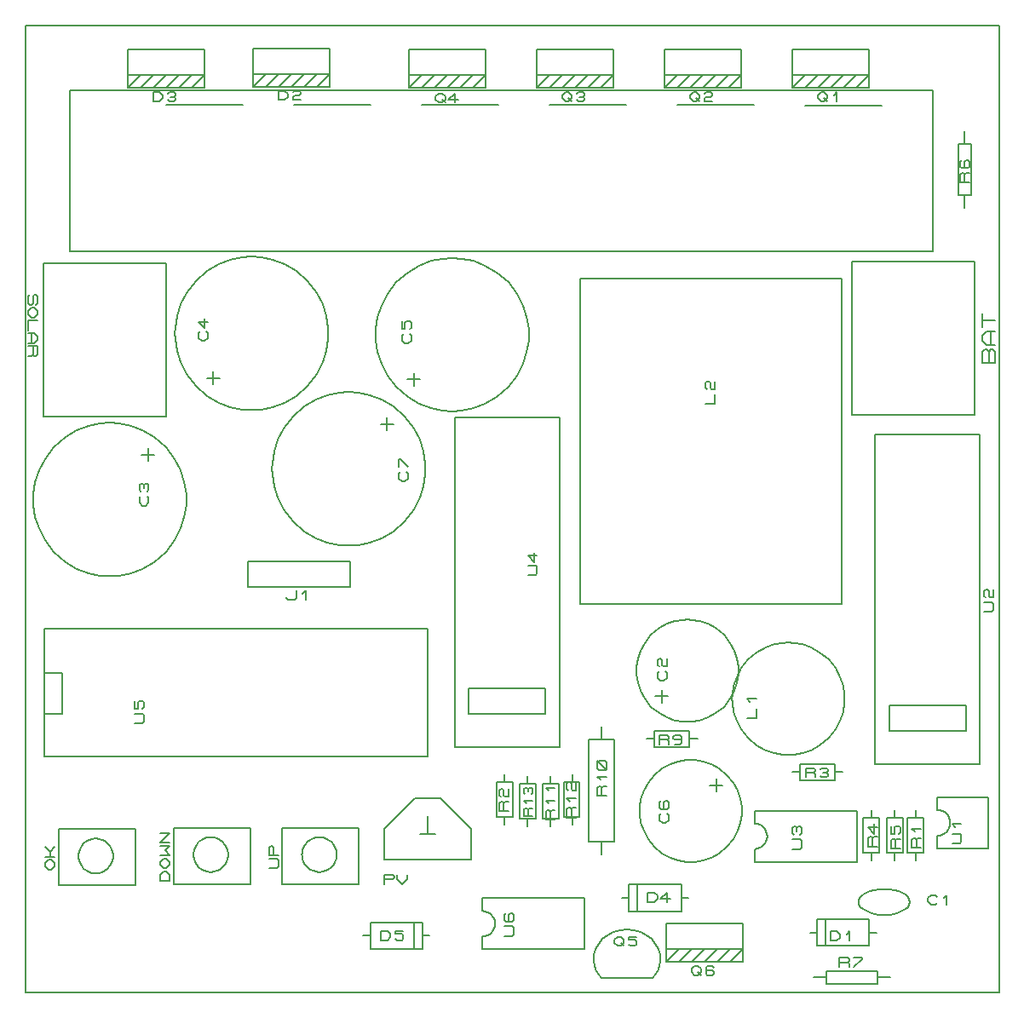
<source format=gbr>
G04 PROTEUS GERBER X2 FILE*
%TF.GenerationSoftware,Labcenter,Proteus,8.13-SP0-Build31525*%
%TF.CreationDate,2023-02-16T13:29:28+00:00*%
%TF.FileFunction,Legend,Top*%
%TF.FilePolarity,Positive*%
%TF.Part,Single*%
%TF.SameCoordinates,{1a083b5a-91e7-4c28-9893-6f2ba5a781e2}*%
%FSLAX45Y45*%
%MOMM*%
G01*
%TA.AperFunction,Material*%
%ADD72C,0.203200*%
%TA.AperFunction,Profile*%
%ADD28C,0.203200*%
%TD.AperFunction*%
D72*
X+2794000Y+4318000D02*
X+3556000Y+4318000D01*
X+3556000Y+4572000D01*
X+2794000Y+4572000D01*
X+2794000Y+4318000D01*
X+3556000Y+4318000D02*
X+3556000Y+4191000D01*
X+2794000Y+4191000D01*
X+2794000Y+4318000D01*
X+3556000Y+4318000D02*
X+3429000Y+4191000D01*
X+3429000Y+4318000D02*
X+3302000Y+4191000D01*
X+3302000Y+4318000D02*
X+3175000Y+4191000D01*
X+3175000Y+4318000D02*
X+3048000Y+4191000D01*
X+3048000Y+4318000D02*
X+2921000Y+4191000D01*
X+2921000Y+4318000D02*
X+2794000Y+4191000D01*
X+3048000Y+4119880D02*
X+3079750Y+4150360D01*
X+3111500Y+4150360D01*
X+3143250Y+4119880D01*
X+3143250Y+4089400D01*
X+3111500Y+4058920D01*
X+3079750Y+4058920D01*
X+3048000Y+4089400D01*
X+3048000Y+4119880D01*
X+3111500Y+4089400D02*
X+3143250Y+4058920D01*
X+3206750Y+4119880D02*
X+3238500Y+4150360D01*
X+3238500Y+4058920D01*
X+1524000Y+4318000D02*
X+2286000Y+4318000D01*
X+2286000Y+4572000D01*
X+1524000Y+4572000D01*
X+1524000Y+4318000D01*
X+2286000Y+4318000D02*
X+2286000Y+4191000D01*
X+1524000Y+4191000D01*
X+1524000Y+4318000D01*
X+2286000Y+4318000D02*
X+2159000Y+4191000D01*
X+2159000Y+4318000D02*
X+2032000Y+4191000D01*
X+2032000Y+4318000D02*
X+1905000Y+4191000D01*
X+1905000Y+4318000D02*
X+1778000Y+4191000D01*
X+1778000Y+4318000D02*
X+1651000Y+4191000D01*
X+1651000Y+4318000D02*
X+1524000Y+4191000D01*
X+1778000Y+4119880D02*
X+1809750Y+4150360D01*
X+1841500Y+4150360D01*
X+1873250Y+4119880D01*
X+1873250Y+4089400D01*
X+1841500Y+4058920D01*
X+1809750Y+4058920D01*
X+1778000Y+4089400D01*
X+1778000Y+4119880D01*
X+1841500Y+4089400D02*
X+1873250Y+4058920D01*
X+1920875Y+4135120D02*
X+1936750Y+4150360D01*
X+1984375Y+4150360D01*
X+2000250Y+4135120D01*
X+2000250Y+4119880D01*
X+1984375Y+4104640D01*
X+1936750Y+4104640D01*
X+1920875Y+4089400D01*
X+1920875Y+4058920D01*
X+2000250Y+4058920D01*
X+254000Y+4318000D02*
X+1016000Y+4318000D01*
X+1016000Y+4572000D01*
X+254000Y+4572000D01*
X+254000Y+4318000D01*
X+1016000Y+4318000D02*
X+1016000Y+4191000D01*
X+254000Y+4191000D01*
X+254000Y+4318000D01*
X+1016000Y+4318000D02*
X+889000Y+4191000D01*
X+889000Y+4318000D02*
X+762000Y+4191000D01*
X+762000Y+4318000D02*
X+635000Y+4191000D01*
X+635000Y+4318000D02*
X+508000Y+4191000D01*
X+508000Y+4318000D02*
X+381000Y+4191000D01*
X+381000Y+4318000D02*
X+254000Y+4191000D01*
X+508000Y+4119880D02*
X+539750Y+4150360D01*
X+571500Y+4150360D01*
X+603250Y+4119880D01*
X+603250Y+4089400D01*
X+571500Y+4058920D01*
X+539750Y+4058920D01*
X+508000Y+4089400D01*
X+508000Y+4119880D01*
X+571500Y+4089400D02*
X+603250Y+4058920D01*
X+650875Y+4135120D02*
X+666750Y+4150360D01*
X+714375Y+4150360D01*
X+730250Y+4135120D01*
X+730250Y+4119880D01*
X+714375Y+4104640D01*
X+730250Y+4089400D01*
X+730250Y+4074160D01*
X+714375Y+4058920D01*
X+666750Y+4058920D01*
X+650875Y+4074160D01*
X+682625Y+4104640D02*
X+714375Y+4104640D01*
X-1016000Y+4318000D02*
X-254000Y+4318000D01*
X-254000Y+4572000D01*
X-1016000Y+4572000D01*
X-1016000Y+4318000D01*
X-254000Y+4318000D02*
X-254000Y+4191000D01*
X-1016000Y+4191000D01*
X-1016000Y+4318000D01*
X-254000Y+4318000D02*
X-381000Y+4191000D01*
X-381000Y+4318000D02*
X-508000Y+4191000D01*
X-508000Y+4318000D02*
X-635000Y+4191000D01*
X-635000Y+4318000D02*
X-762000Y+4191000D01*
X-762000Y+4318000D02*
X-889000Y+4191000D01*
X-889000Y+4318000D02*
X-1016000Y+4191000D01*
X-749300Y+4107180D02*
X-717550Y+4137660D01*
X-685800Y+4137660D01*
X-654050Y+4107180D01*
X-654050Y+4076700D01*
X-685800Y+4046220D01*
X-717550Y+4046220D01*
X-749300Y+4076700D01*
X-749300Y+4107180D01*
X-685800Y+4076700D02*
X-654050Y+4046220D01*
X-527050Y+4076700D02*
X-622300Y+4076700D01*
X-558800Y+4137660D01*
X-558800Y+4046220D01*
X-2565400Y+4330700D02*
X-1803400Y+4330700D01*
X-1803400Y+4584700D01*
X-2565400Y+4584700D01*
X-2565400Y+4330700D01*
X-1803400Y+4330700D02*
X-1803400Y+4203700D01*
X-2565400Y+4203700D01*
X-2565400Y+4330700D01*
X-1803400Y+4330700D02*
X-1930400Y+4203700D01*
X-1930400Y+4330700D02*
X-2057400Y+4203700D01*
X-2057400Y+4330700D02*
X-2184400Y+4203700D01*
X-2184400Y+4330700D02*
X-2311400Y+4203700D01*
X-2311400Y+4330700D02*
X-2438400Y+4203700D01*
X-2438400Y+4330700D02*
X-2565400Y+4203700D01*
X-2311400Y+4071620D02*
X-2311400Y+4163060D01*
X-2247900Y+4163060D01*
X-2216150Y+4132580D01*
X-2216150Y+4102100D01*
X-2247900Y+4071620D01*
X-2311400Y+4071620D01*
X-2168525Y+4147820D02*
X-2152650Y+4163060D01*
X-2105025Y+4163060D01*
X-2089150Y+4147820D01*
X-2089150Y+4132580D01*
X-2105025Y+4117340D01*
X-2152650Y+4117340D01*
X-2168525Y+4102100D01*
X-2168525Y+4071620D01*
X-2089150Y+4071620D01*
X-3810000Y+4318000D02*
X-3048000Y+4318000D01*
X-3048000Y+4572000D01*
X-3810000Y+4572000D01*
X-3810000Y+4318000D01*
X-3048000Y+4318000D02*
X-3048000Y+4191000D01*
X-3810000Y+4191000D01*
X-3810000Y+4318000D01*
X-3048000Y+4318000D02*
X-3175000Y+4191000D01*
X-3175000Y+4318000D02*
X-3302000Y+4191000D01*
X-3302000Y+4318000D02*
X-3429000Y+4191000D01*
X-3429000Y+4318000D02*
X-3556000Y+4191000D01*
X-3556000Y+4318000D02*
X-3683000Y+4191000D01*
X-3683000Y+4318000D02*
X-3810000Y+4191000D01*
X-3556000Y+4058920D02*
X-3556000Y+4150360D01*
X-3492500Y+4150360D01*
X-3460750Y+4119880D01*
X-3460750Y+4089400D01*
X-3492500Y+4058920D01*
X-3556000Y+4058920D01*
X-3413125Y+4135120D02*
X-3397250Y+4150360D01*
X-3349625Y+4150360D01*
X-3333750Y+4135120D01*
X-3333750Y+4119880D01*
X-3349625Y+4104640D01*
X-3333750Y+4089400D01*
X-3333750Y+4074160D01*
X-3349625Y+4058920D01*
X-3397250Y+4058920D01*
X-3413125Y+4074160D01*
X-3381375Y+4104640D02*
X-3349625Y+4104640D01*
X+3390900Y+939800D02*
X+4610100Y+939800D01*
X+4610100Y+2463800D01*
X+3390900Y+2463800D01*
X+3390900Y+939800D01*
X+4808220Y+1460500D02*
X+4686300Y+1460500D01*
X+4686300Y+1571625D01*
X+4706620Y+1593850D01*
X+4726940Y+1593850D01*
X+4747260Y+1571625D01*
X+4767580Y+1593850D01*
X+4787900Y+1593850D01*
X+4808220Y+1571625D01*
X+4808220Y+1460500D01*
X+4747260Y+1460500D02*
X+4747260Y+1571625D01*
X+4808220Y+1638300D02*
X+4726940Y+1638300D01*
X+4686300Y+1682750D01*
X+4686300Y+1727200D01*
X+4726940Y+1771650D01*
X+4808220Y+1771650D01*
X+4767580Y+1638300D02*
X+4767580Y+1771650D01*
X+4686300Y+1816100D02*
X+4686300Y+1949450D01*
X+4686300Y+1882775D02*
X+4808220Y+1882775D01*
X+2419351Y-3117849D02*
X+2419351Y-2990849D01*
X+3435351Y-2990849D01*
X+3435351Y-3498849D01*
X+2419351Y-3498849D01*
X+2419351Y-3371849D01*
X+2546351Y-3244849D02*
X+2543915Y-3218973D01*
X+2536866Y-3195002D01*
X+2525590Y-3173412D01*
X+2510474Y-3154679D01*
X+2491905Y-3139280D01*
X+2470270Y-3127692D01*
X+2445956Y-3120389D01*
X+2419351Y-3117849D01*
X+2546351Y-3244849D02*
X+2543915Y-3271455D01*
X+2536866Y-3295768D01*
X+2525590Y-3317403D01*
X+2510474Y-3335972D01*
X+2491905Y-3351087D01*
X+2470270Y-3362364D01*
X+2445956Y-3369413D01*
X+2419351Y-3371849D01*
X+2795271Y-3371849D02*
X+2871471Y-3371849D01*
X+2886711Y-3355974D01*
X+2886711Y-3292474D01*
X+2871471Y-3276599D01*
X+2795271Y-3276599D01*
X+2810511Y-3228974D02*
X+2795271Y-3213099D01*
X+2795271Y-3165474D01*
X+2810511Y-3149599D01*
X+2825751Y-3149599D01*
X+2840991Y-3165474D01*
X+2856231Y-3149599D01*
X+2871471Y-3149599D01*
X+2886711Y-3165474D01*
X+2886711Y-3213099D01*
X+2871471Y-3228974D01*
X+2840991Y-3197224D02*
X+2840991Y-3165474D01*
X+3314700Y-1879600D02*
X+3313013Y-1836216D01*
X+3299331Y-1749446D01*
X+3270877Y-1662676D01*
X+3224971Y-1575906D01*
X+3155644Y-1489136D01*
X+3068929Y-1416707D01*
X+2982159Y-1368655D01*
X+2895389Y-1338490D01*
X+2808619Y-1323292D01*
X+2755900Y-1320800D01*
X+2197100Y-1879600D02*
X+2198787Y-1836216D01*
X+2212469Y-1749446D01*
X+2240923Y-1662676D01*
X+2286829Y-1575906D01*
X+2356156Y-1489136D01*
X+2442871Y-1416707D01*
X+2529641Y-1368655D01*
X+2616411Y-1338490D01*
X+2703181Y-1323292D01*
X+2755900Y-1320800D01*
X+2197100Y-1879600D02*
X+2198787Y-1922984D01*
X+2212469Y-2009754D01*
X+2240923Y-2096524D01*
X+2286829Y-2183294D01*
X+2356156Y-2270064D01*
X+2442871Y-2342493D01*
X+2529641Y-2390545D01*
X+2616411Y-2420710D01*
X+2703181Y-2435908D01*
X+2755900Y-2438400D01*
X+3314700Y-1879600D02*
X+3313013Y-1922984D01*
X+3299331Y-2009754D01*
X+3270877Y-2096524D01*
X+3224971Y-2183294D01*
X+3155644Y-2270064D01*
X+3068929Y-2342493D01*
X+2982159Y-2390545D01*
X+2895389Y-2420710D01*
X+2808619Y-2435908D01*
X+2755900Y-2438400D01*
X+2344420Y-2070100D02*
X+2435860Y-2070100D01*
X+2435860Y-1974850D01*
X+2374900Y-1911350D02*
X+2344420Y-1879600D01*
X+2435860Y-1879600D01*
X+685800Y-939800D02*
X+3289300Y-939800D01*
X+3289300Y+2298700D01*
X+685800Y+2298700D01*
X+685800Y-939800D01*
X+1932940Y+1054100D02*
X+2024380Y+1054100D01*
X+2024380Y+1149350D01*
X+1948180Y+1196975D02*
X+1932940Y+1212850D01*
X+1932940Y+1260475D01*
X+1948180Y+1276350D01*
X+1963420Y+1276350D01*
X+1978660Y+1260475D01*
X+1978660Y+1212850D01*
X+1993900Y+1196975D01*
X+2024380Y+1196975D01*
X+2024380Y+1276350D01*
X-4648200Y+927100D02*
X-3429000Y+927100D01*
X-3429000Y+2451100D01*
X-4648200Y+2451100D01*
X-4648200Y+927100D01*
X-4782820Y+2133600D02*
X-4798060Y+2117725D01*
X-4798060Y+2054225D01*
X-4782820Y+2038350D01*
X-4767580Y+2038350D01*
X-4752340Y+2054225D01*
X-4752340Y+2117725D01*
X-4737100Y+2133600D01*
X-4721860Y+2133600D01*
X-4706620Y+2117725D01*
X-4706620Y+2054225D01*
X-4721860Y+2038350D01*
X-4737100Y+2006600D02*
X-4706620Y+1974850D01*
X-4706620Y+1943100D01*
X-4737100Y+1911350D01*
X-4767580Y+1911350D01*
X-4798060Y+1943100D01*
X-4798060Y+1974850D01*
X-4767580Y+2006600D01*
X-4737100Y+2006600D01*
X-4706620Y+1879600D02*
X-4798060Y+1879600D01*
X-4798060Y+1784350D01*
X-4798060Y+1752600D02*
X-4737100Y+1752600D01*
X-4706620Y+1720850D01*
X-4706620Y+1689100D01*
X-4737100Y+1657350D01*
X-4798060Y+1657350D01*
X-4767580Y+1752600D02*
X-4767580Y+1657350D01*
X-4798060Y+1625600D02*
X-4706620Y+1625600D01*
X-4706620Y+1546225D01*
X-4721860Y+1530350D01*
X-4737100Y+1530350D01*
X-4752340Y+1546225D01*
X-4752340Y+1625600D01*
X-4752340Y+1546225D02*
X-4767580Y+1530350D01*
X-4798060Y+1530350D01*
X-3225800Y+101600D02*
X-3227990Y+159326D01*
X-3245740Y+274780D01*
X-3282581Y+390234D01*
X-3341768Y+505688D01*
X-3430377Y+621142D01*
X-3545165Y+721857D01*
X-3660619Y+789784D01*
X-3776073Y+833594D01*
X-3891527Y+857494D01*
X-3987800Y+863600D01*
X-4749800Y+101600D02*
X-4747610Y+159326D01*
X-4729860Y+274780D01*
X-4693019Y+390234D01*
X-4633832Y+505688D01*
X-4545223Y+621142D01*
X-4430435Y+721857D01*
X-4314981Y+789784D01*
X-4199527Y+833594D01*
X-4084073Y+857494D01*
X-3987800Y+863600D01*
X-4749800Y+101600D02*
X-4747610Y+43874D01*
X-4729860Y-71580D01*
X-4693019Y-187034D01*
X-4633832Y-302488D01*
X-4545223Y-417942D01*
X-4430435Y-518657D01*
X-4314981Y-586584D01*
X-4199527Y-630394D01*
X-4084073Y-654294D01*
X-3987800Y-660400D01*
X-3225800Y+101600D02*
X-3227990Y+43874D01*
X-3245740Y-71580D01*
X-3282581Y-187034D01*
X-3341768Y-302488D01*
X-3430377Y-417942D01*
X-3545165Y-518657D01*
X-3660619Y-586584D01*
X-3776073Y-630394D01*
X-3891527Y-654294D01*
X-3987800Y-660400D01*
X-3606800Y+609600D02*
X-3606800Y+482600D01*
X-3543300Y+546100D02*
X-3670300Y+546100D01*
X-3616960Y+133350D02*
X-3601720Y+117475D01*
X-3601720Y+69850D01*
X-3632200Y+38100D01*
X-3662680Y+38100D01*
X-3693160Y+69850D01*
X-3693160Y+117475D01*
X-3677920Y+133350D01*
X-3677920Y+180975D02*
X-3693160Y+196850D01*
X-3693160Y+244475D01*
X-3677920Y+260350D01*
X-3662680Y+260350D01*
X-3647440Y+244475D01*
X-3632200Y+260350D01*
X-3616960Y+260350D01*
X-3601720Y+244475D01*
X-3601720Y+196850D01*
X-3616960Y+180975D01*
X-3647440Y+212725D02*
X-3647440Y+244475D01*
X-4381500Y+2565400D02*
X+4191000Y+2565400D01*
X+4191000Y+4165600D01*
X-4381500Y+4165600D01*
X-4381500Y+2565400D01*
X+3683000Y+4013200D02*
X+2921000Y+4013200D01*
X+2413000Y+4025900D02*
X+1651000Y+4025900D01*
X+1143000Y+4025900D02*
X+381000Y+4025900D01*
X-127000Y+4025900D02*
X-889000Y+4025900D01*
X-1397000Y+4025900D02*
X-2159000Y+4025900D01*
X-2667000Y+4025900D02*
X-3429000Y+4025900D01*
D28*
X-4826000Y-4800600D02*
X+4851400Y-4800600D01*
X+4851400Y+4813300D01*
X-4826000Y+4813300D01*
X-4826000Y-4800600D01*
D72*
X+3042920Y-4335780D02*
X+3561080Y-4335780D01*
X+3561080Y-4069080D01*
X+3042920Y-4069080D01*
X+3042920Y-4335780D01*
X+3124200Y-4071620D02*
X+3124200Y-4333240D01*
X+2971800Y-4203700D02*
X+3042920Y-4203700D01*
X+3561080Y-4203700D02*
X+3632200Y-4203700D01*
X+3175000Y-4282440D02*
X+3175000Y-4191000D01*
X+3238500Y-4191000D01*
X+3270250Y-4221480D01*
X+3270250Y-4251960D01*
X+3238500Y-4282440D01*
X+3175000Y-4282440D01*
X+3333750Y-4221480D02*
X+3365500Y-4191000D01*
X+3365500Y-4282440D01*
X+3454400Y-3898900D02*
X+3459480Y-3873024D01*
X+3474085Y-3849052D01*
X+3497262Y-3827462D01*
X+3528060Y-3808730D01*
X+3565525Y-3793331D01*
X+3608705Y-3781742D01*
X+3656648Y-3774440D01*
X+3708400Y-3771900D01*
X+3962400Y-3898900D02*
X+3957320Y-3873024D01*
X+3942715Y-3849052D01*
X+3919538Y-3827462D01*
X+3888740Y-3808730D01*
X+3851275Y-3793331D01*
X+3808095Y-3781742D01*
X+3760152Y-3774440D01*
X+3708400Y-3771900D01*
X+3454400Y-3898900D02*
X+3459480Y-3924776D01*
X+3474085Y-3948748D01*
X+3497262Y-3970338D01*
X+3528060Y-3989070D01*
X+3565525Y-4004469D01*
X+3608705Y-4016058D01*
X+3656648Y-4023360D01*
X+3708400Y-4025900D01*
X+3962400Y-3898900D02*
X+3957320Y-3924776D01*
X+3942715Y-3948748D01*
X+3919538Y-3970338D01*
X+3888740Y-3989070D01*
X+3851275Y-4004469D01*
X+3808095Y-4016058D01*
X+3760152Y-4023360D01*
X+3708400Y-4025900D01*
X+4235450Y-3906520D02*
X+4219575Y-3921760D01*
X+4171950Y-3921760D01*
X+4140200Y-3891280D01*
X+4140200Y-3860800D01*
X+4171950Y-3830320D01*
X+4219575Y-3830320D01*
X+4235450Y-3845560D01*
X+4298950Y-3860800D02*
X+4330700Y-3830320D01*
X+4330700Y-3921760D01*
X+3810000Y-2984500D02*
X+3810000Y-3061500D01*
X+3736500Y-3409500D02*
X+3893500Y-3409500D01*
X+3893500Y-3061500D01*
X+3736500Y-3061500D01*
X+3736500Y-3409500D01*
X+3810000Y-3409500D02*
X+3810000Y-3486500D01*
X+3868420Y-3365500D02*
X+3776980Y-3365500D01*
X+3776980Y-3286125D01*
X+3792220Y-3270250D01*
X+3807460Y-3270250D01*
X+3822700Y-3286125D01*
X+3822700Y-3365500D01*
X+3822700Y-3286125D02*
X+3837940Y-3270250D01*
X+3868420Y-3270250D01*
X+3776980Y-3143250D02*
X+3776980Y-3222625D01*
X+3807460Y-3222625D01*
X+3807460Y-3159125D01*
X+3822700Y-3143250D01*
X+3853180Y-3143250D01*
X+3868420Y-3159125D01*
X+3868420Y-3206750D01*
X+3853180Y-3222625D01*
X+3296000Y-2603500D02*
X+3219000Y-2603500D01*
X+2871000Y-2687000D02*
X+3219000Y-2687000D01*
X+3219000Y-2530000D01*
X+2871000Y-2530000D01*
X+2871000Y-2687000D01*
X+2871000Y-2603500D02*
X+2794000Y-2603500D01*
X+2927700Y-2659380D02*
X+2927700Y-2567940D01*
X+3007075Y-2567940D01*
X+3022950Y-2583180D01*
X+3022950Y-2598420D01*
X+3007075Y-2613660D01*
X+2927700Y-2613660D01*
X+3007075Y-2613660D02*
X+3022950Y-2628900D01*
X+3022950Y-2659380D01*
X+3070575Y-2583180D02*
X+3086450Y-2567940D01*
X+3134075Y-2567940D01*
X+3149950Y-2583180D01*
X+3149950Y-2598420D01*
X+3134075Y-2613660D01*
X+3149950Y-2628900D01*
X+3149950Y-2644140D01*
X+3134075Y-2659380D01*
X+3086450Y-2659380D01*
X+3070575Y-2644140D01*
X+3102325Y-2613660D02*
X+3134075Y-2613660D01*
X+3581400Y-3486500D02*
X+3581400Y-3409500D01*
X+3497900Y-3409500D02*
X+3654900Y-3409500D01*
X+3654900Y-3061500D01*
X+3497900Y-3061500D01*
X+3497900Y-3409500D01*
X+3581400Y-3061500D02*
X+3581400Y-2984500D01*
X+3639820Y-3346800D02*
X+3548380Y-3346800D01*
X+3548380Y-3267425D01*
X+3563620Y-3251550D01*
X+3578860Y-3251550D01*
X+3594100Y-3267425D01*
X+3594100Y-3346800D01*
X+3594100Y-3267425D02*
X+3609340Y-3251550D01*
X+3639820Y-3251550D01*
X+3609340Y-3124550D02*
X+3609340Y-3219800D01*
X+3548380Y-3156300D01*
X+3639820Y-3156300D01*
X+3619500Y-2527300D02*
X+4660900Y-2527300D01*
X+4660900Y+749300D01*
X+3619500Y+749300D01*
X+3619500Y-2527300D01*
X+3759200Y-2197100D02*
X+4521200Y-2197100D01*
X+4521200Y-1943100D01*
X+3759200Y-1943100D01*
X+3759200Y-2197100D01*
X+4701540Y-1016000D02*
X+4777740Y-1016000D01*
X+4792980Y-1000125D01*
X+4792980Y-936625D01*
X+4777740Y-920750D01*
X+4701540Y-920750D01*
X+4716780Y-873125D02*
X+4701540Y-857250D01*
X+4701540Y-809625D01*
X+4716780Y-793750D01*
X+4732020Y-793750D01*
X+4747260Y-809625D01*
X+4747260Y-857250D01*
X+4762500Y-873125D01*
X+4792980Y-873125D01*
X+4792980Y-793750D01*
X-558800Y-2362200D02*
X+482600Y-2362200D01*
X+482600Y+914400D01*
X-558800Y+914400D01*
X-558800Y-2362200D01*
X-419100Y-2032000D02*
X+342900Y-2032000D01*
X+342900Y-1778000D01*
X-419100Y-1778000D01*
X-419100Y-2032000D01*
X+167640Y-647700D02*
X+243840Y-647700D01*
X+259080Y-631825D01*
X+259080Y-568325D01*
X+243840Y-552450D01*
X+167640Y-552450D01*
X+228600Y-425450D02*
X+228600Y-520700D01*
X+167640Y-457200D01*
X+259080Y-457200D01*
X-1816100Y+1752600D02*
X-1818290Y+1810326D01*
X-1836040Y+1925780D01*
X-1872881Y+2041234D01*
X-1932068Y+2156688D01*
X-2020677Y+2272142D01*
X-2135465Y+2372857D01*
X-2250919Y+2440784D01*
X-2366373Y+2484594D01*
X-2481827Y+2508494D01*
X-2578100Y+2514600D01*
X-3340100Y+1752600D02*
X-3337910Y+1810326D01*
X-3320160Y+1925780D01*
X-3283319Y+2041234D01*
X-3224132Y+2156688D01*
X-3135523Y+2272142D01*
X-3020735Y+2372857D01*
X-2905281Y+2440784D01*
X-2789827Y+2484594D01*
X-2674373Y+2508494D01*
X-2578100Y+2514600D01*
X-3340100Y+1752600D02*
X-3337910Y+1694874D01*
X-3320160Y+1579420D01*
X-3283319Y+1463966D01*
X-3224132Y+1348512D01*
X-3135523Y+1233058D01*
X-3020735Y+1132343D01*
X-2905281Y+1064416D01*
X-2789827Y+1020606D01*
X-2674373Y+996706D01*
X-2578100Y+990600D01*
X-1816100Y+1752600D02*
X-1818290Y+1694874D01*
X-1836040Y+1579420D01*
X-1872881Y+1463966D01*
X-1932068Y+1348512D01*
X-2020677Y+1233058D01*
X-2135465Y+1132343D01*
X-2250919Y+1064416D01*
X-2366373Y+1020606D01*
X-2481827Y+996706D01*
X-2578100Y+990600D01*
X-2959100Y+1244600D02*
X-2959100Y+1371600D01*
X-3022600Y+1308100D02*
X-2895600Y+1308100D01*
X-3027680Y+1771650D02*
X-3012440Y+1755775D01*
X-3012440Y+1708150D01*
X-3042920Y+1676400D01*
X-3073400Y+1676400D01*
X-3103880Y+1708150D01*
X-3103880Y+1755775D01*
X-3088640Y+1771650D01*
X-3042920Y+1898650D02*
X-3042920Y+1803400D01*
X-3103880Y+1866900D01*
X-3012440Y+1866900D01*
X+177800Y+1739900D02*
X+175610Y+1797626D01*
X+157860Y+1913080D01*
X+121019Y+2028534D01*
X+61832Y+2143988D01*
X-26777Y+2259442D01*
X-141565Y+2360157D01*
X-257019Y+2428084D01*
X-372473Y+2471894D01*
X-487927Y+2495794D01*
X-584200Y+2501900D01*
X-1346200Y+1739900D02*
X-1344010Y+1797626D01*
X-1326260Y+1913080D01*
X-1289419Y+2028534D01*
X-1230232Y+2143988D01*
X-1141623Y+2259442D01*
X-1026835Y+2360157D01*
X-911381Y+2428084D01*
X-795927Y+2471894D01*
X-680473Y+2495794D01*
X-584200Y+2501900D01*
X-1346200Y+1739900D02*
X-1344010Y+1682174D01*
X-1326260Y+1566720D01*
X-1289419Y+1451266D01*
X-1230232Y+1335812D01*
X-1141623Y+1220358D01*
X-1026835Y+1119643D01*
X-911381Y+1051716D01*
X-795927Y+1007906D01*
X-680473Y+984006D01*
X-584200Y+977900D01*
X+177800Y+1739900D02*
X+175610Y+1682174D01*
X+157860Y+1566720D01*
X+121019Y+1451266D01*
X+61832Y+1335812D01*
X-26777Y+1220358D01*
X-141565Y+1119643D01*
X-257019Y+1051716D01*
X-372473Y+1007906D01*
X-487927Y+984006D01*
X-584200Y+977900D01*
X-965200Y+1231900D02*
X-965200Y+1358900D01*
X-1028700Y+1295400D02*
X-901700Y+1295400D01*
X-1008380Y+1746250D02*
X-993140Y+1730375D01*
X-993140Y+1682750D01*
X-1023620Y+1651000D01*
X-1054100Y+1651000D01*
X-1084580Y+1682750D01*
X-1084580Y+1730375D01*
X-1069340Y+1746250D01*
X-1084580Y+1873250D02*
X-1084580Y+1793875D01*
X-1054100Y+1793875D01*
X-1054100Y+1857375D01*
X-1038860Y+1873250D01*
X-1008380Y+1873250D01*
X-993140Y+1857375D01*
X-993140Y+1809750D01*
X-1008380Y+1793875D01*
X-850900Y+406400D02*
X-853090Y+464126D01*
X-870840Y+579580D01*
X-907681Y+695034D01*
X-966868Y+810488D01*
X-1055477Y+925942D01*
X-1170265Y+1026657D01*
X-1285719Y+1094584D01*
X-1401173Y+1138394D01*
X-1516627Y+1162294D01*
X-1612900Y+1168400D01*
X-2374900Y+406400D02*
X-2372710Y+464126D01*
X-2354960Y+579580D01*
X-2318119Y+695034D01*
X-2258932Y+810488D01*
X-2170323Y+925942D01*
X-2055535Y+1026657D01*
X-1940081Y+1094584D01*
X-1824627Y+1138394D01*
X-1709173Y+1162294D01*
X-1612900Y+1168400D01*
X-2374900Y+406400D02*
X-2372710Y+348674D01*
X-2354960Y+233220D01*
X-2318119Y+117766D01*
X-2258932Y+2312D01*
X-2170323Y-113142D01*
X-2055535Y-213857D01*
X-1940081Y-281784D01*
X-1824627Y-325594D01*
X-1709173Y-349494D01*
X-1612900Y-355600D01*
X-850900Y+406400D02*
X-853090Y+348674D01*
X-870840Y+233220D01*
X-907681Y+117766D01*
X-966868Y+2312D01*
X-1055477Y-113142D01*
X-1170265Y-213857D01*
X-1285719Y-281784D01*
X-1401173Y-325594D01*
X-1516627Y-349494D01*
X-1612900Y-355600D01*
X-1231900Y+914400D02*
X-1231900Y+787400D01*
X-1168400Y+850900D02*
X-1295400Y+850900D01*
X-1038860Y+374650D02*
X-1023620Y+358775D01*
X-1023620Y+311150D01*
X-1054100Y+279400D01*
X-1084580Y+279400D01*
X-1115060Y+311150D01*
X-1115060Y+358775D01*
X-1099820Y+374650D01*
X-1115060Y+422275D02*
X-1115060Y+501650D01*
X-1099820Y+501650D01*
X-1023620Y+422275D01*
X-825500Y-1181100D02*
X-825500Y-2451100D01*
X-4635500Y-2451100D02*
X-4635500Y-1181100D01*
X-825500Y-2451100D02*
X-4635500Y-2451100D01*
X-825500Y-1181100D02*
X-4635500Y-1181100D01*
X-4635500Y-2032000D02*
X-4457700Y-2032000D01*
X-4457700Y-1625600D01*
X-4635500Y-1625600D01*
X-4635500Y-2032000D01*
X-3738880Y-2120900D02*
X-3662680Y-2120900D01*
X-3647440Y-2105025D01*
X-3647440Y-2041525D01*
X-3662680Y-2025650D01*
X-3738880Y-2025650D01*
X-3738880Y-1898650D02*
X-3738880Y-1978025D01*
X-3708400Y-1978025D01*
X-3708400Y-1914525D01*
X-3693160Y-1898650D01*
X-3662680Y-1898650D01*
X-3647440Y-1914525D01*
X-3647440Y-1962150D01*
X-3662680Y-1978025D01*
X-825500Y-3225800D02*
X-825500Y-3048000D01*
X-901700Y-3225800D02*
X-749300Y-3225800D01*
X-1257300Y-3479800D02*
X-393700Y-3479800D01*
X-393700Y-3175000D02*
X-393700Y-3479800D01*
X-1257300Y-3175000D02*
X-1257300Y-3479800D01*
X-952500Y-2870200D02*
X-698500Y-2870200D01*
X-393700Y-3175000D01*
X-1257300Y-3175000D02*
X-952500Y-2870200D01*
X-1257300Y-3718561D02*
X-1257300Y-3627121D01*
X-1177925Y-3627121D01*
X-1162050Y-3642361D01*
X-1162050Y-3657601D01*
X-1177925Y-3672841D01*
X-1257300Y-3672841D01*
X-1130300Y-3627121D02*
X-1130300Y-3672841D01*
X-1082675Y-3718561D01*
X-1035050Y-3672841D01*
X-1035050Y-3627121D01*
X+4025900Y-3486500D02*
X+4025900Y-3409500D01*
X+3942400Y-3409500D02*
X+4099400Y-3409500D01*
X+4099400Y-3061500D01*
X+3942400Y-3061500D01*
X+3942400Y-3409500D01*
X+4025900Y-3061500D02*
X+4025900Y-2984500D01*
X+4074160Y-3359500D02*
X+3982720Y-3359500D01*
X+3982720Y-3280125D01*
X+3997960Y-3264250D01*
X+4013200Y-3264250D01*
X+4028440Y-3280125D01*
X+4028440Y-3359500D01*
X+4028440Y-3280125D02*
X+4043680Y-3264250D01*
X+4074160Y-3264250D01*
X+4013200Y-3200750D02*
X+3982720Y-3169000D01*
X+4074160Y-3169000D01*
X-68580Y-2628900D02*
X-68580Y-2705900D01*
X-142080Y-3053900D02*
X+14920Y-3053900D01*
X+14920Y-2705900D01*
X-142080Y-2705900D01*
X-142080Y-3053900D01*
X-68580Y-3053900D02*
X-68580Y-3130900D01*
X-25400Y-2997200D02*
X-116840Y-2997200D01*
X-116840Y-2917825D01*
X-101600Y-2901950D01*
X-86360Y-2901950D01*
X-71120Y-2917825D01*
X-71120Y-2997200D01*
X-71120Y-2917825D02*
X-55880Y-2901950D01*
X-25400Y-2901950D01*
X-101600Y-2854325D02*
X-116840Y-2838450D01*
X-116840Y-2790825D01*
X-101600Y-2774950D01*
X-86360Y-2774950D01*
X-71120Y-2790825D01*
X-71120Y-2838450D01*
X-55880Y-2854325D01*
X-25400Y-2854325D01*
X-25400Y-2774950D01*
X+4508500Y+3759200D02*
X+4508500Y+3632200D01*
X+4445000Y+3124200D02*
X+4572000Y+3124200D01*
X+4572000Y+3632200D01*
X+4445000Y+3632200D01*
X+4445000Y+3124200D01*
X+4508500Y+3124200D02*
X+4508500Y+2997200D01*
X+4554220Y+3251200D02*
X+4462780Y+3251200D01*
X+4462780Y+3330575D01*
X+4478020Y+3346450D01*
X+4493260Y+3346450D01*
X+4508500Y+3330575D01*
X+4508500Y+3251200D01*
X+4508500Y+3330575D02*
X+4523740Y+3346450D01*
X+4554220Y+3346450D01*
X+4478020Y+3473450D02*
X+4462780Y+3457575D01*
X+4462780Y+3409950D01*
X+4478020Y+3394075D01*
X+4538980Y+3394075D01*
X+4554220Y+3409950D01*
X+4554220Y+3457575D01*
X+4538980Y+3473450D01*
X+4523740Y+3473450D01*
X+4508500Y+3457575D01*
X+4508500Y+3394075D01*
X+3009900Y-4648200D02*
X+3136900Y-4648200D01*
X+3136900Y-4711700D02*
X+3644900Y-4711700D01*
X+3644900Y-4584700D01*
X+3136900Y-4584700D01*
X+3136900Y-4711700D01*
X+3644900Y-4648200D02*
X+3771900Y-4648200D01*
X+3263900Y-4544060D02*
X+3263900Y-4452620D01*
X+3343275Y-4452620D01*
X+3359150Y-4467860D01*
X+3359150Y-4483100D01*
X+3343275Y-4498340D01*
X+3263900Y-4498340D01*
X+3343275Y-4498340D02*
X+3359150Y-4513580D01*
X+3359150Y-4544060D01*
X+3406775Y-4452620D02*
X+3486150Y-4452620D01*
X+3486150Y-4467860D01*
X+3406775Y-4544060D01*
X+1851660Y-2275840D02*
X+1774660Y-2275840D01*
X+1426660Y-2359340D02*
X+1774660Y-2359340D01*
X+1774660Y-2202340D01*
X+1426660Y-2202340D01*
X+1426660Y-2359340D01*
X+1426660Y-2275840D02*
X+1349660Y-2275840D01*
X+1470660Y-2331720D02*
X+1470660Y-2240280D01*
X+1550035Y-2240280D01*
X+1565910Y-2255520D01*
X+1565910Y-2270760D01*
X+1550035Y-2286000D01*
X+1470660Y-2286000D01*
X+1550035Y-2286000D02*
X+1565910Y-2301240D01*
X+1565910Y-2331720D01*
X+1692910Y-2270760D02*
X+1677035Y-2286000D01*
X+1629410Y-2286000D01*
X+1613535Y-2270760D01*
X+1613535Y-2255520D01*
X+1629410Y-2240280D01*
X+1677035Y-2240280D01*
X+1692910Y-2255520D01*
X+1692910Y-2316480D01*
X+1677035Y-2331720D01*
X+1629410Y-2331720D01*
X+160020Y-2647600D02*
X+160020Y-2724600D01*
X+86520Y-3072600D02*
X+243520Y-3072600D01*
X+243520Y-2724600D01*
X+86520Y-2724600D01*
X+86520Y-3072600D01*
X+160020Y-3072600D02*
X+160020Y-3149600D01*
X+215900Y-3041300D02*
X+124460Y-3041300D01*
X+124460Y-2977800D01*
X+139700Y-2965100D01*
X+154940Y-2965100D01*
X+170180Y-2977800D01*
X+170180Y-3041300D01*
X+170180Y-2977800D02*
X+185420Y-2965100D01*
X+215900Y-2965100D01*
X+154940Y-2914300D02*
X+124460Y-2888900D01*
X+215900Y-2888900D01*
X+139700Y-2825400D02*
X+124460Y-2812700D01*
X+124460Y-2774600D01*
X+139700Y-2761900D01*
X+154940Y-2761900D01*
X+170180Y-2774600D01*
X+185420Y-2761900D01*
X+200660Y-2761900D01*
X+215900Y-2774600D01*
X+215900Y-2812700D01*
X+200660Y-2825400D01*
X+170180Y-2800000D02*
X+170180Y-2774600D01*
X+4236914Y-2984501D02*
X+4236914Y-2857501D01*
X+4744914Y-2857501D01*
X+4744914Y-3365501D01*
X+4236914Y-3365501D01*
X+4236914Y-3238501D01*
X+4363914Y-3111501D02*
X+4361478Y-3085625D01*
X+4354429Y-3061654D01*
X+4343152Y-3040064D01*
X+4328036Y-3021331D01*
X+4309468Y-3005932D01*
X+4287833Y-2994344D01*
X+4263520Y-2987041D01*
X+4236914Y-2984501D01*
X+4363914Y-3111501D02*
X+4361478Y-3138107D01*
X+4354429Y-3162420D01*
X+4343152Y-3184055D01*
X+4328036Y-3202624D01*
X+4309468Y-3217739D01*
X+4287833Y-3229016D01*
X+4263520Y-3236065D01*
X+4236914Y-3238501D01*
X+4384234Y-3314701D02*
X+4460434Y-3314701D01*
X+4475674Y-3298826D01*
X+4475674Y-3235326D01*
X+4460434Y-3219451D01*
X+4384234Y-3219451D01*
X+4414714Y-3155951D02*
X+4384234Y-3124201D01*
X+4475674Y-3124201D01*
X+2260600Y-1600200D02*
X+2259047Y-1560513D01*
X+2246450Y-1481138D01*
X+2220240Y-1401763D01*
X+2177905Y-1322388D01*
X+2113822Y-1243013D01*
X+2034458Y-1177565D01*
X+1955083Y-1134298D01*
X+1875708Y-1107343D01*
X+1796333Y-1094086D01*
X+1752600Y-1092200D01*
X+1244600Y-1600200D02*
X+1246153Y-1560513D01*
X+1258750Y-1481138D01*
X+1284960Y-1401763D01*
X+1327295Y-1322388D01*
X+1391378Y-1243013D01*
X+1470742Y-1177565D01*
X+1550117Y-1134298D01*
X+1629492Y-1107343D01*
X+1708867Y-1094086D01*
X+1752600Y-1092200D01*
X+1244600Y-1600200D02*
X+1246153Y-1639887D01*
X+1258750Y-1719262D01*
X+1284960Y-1798637D01*
X+1327295Y-1878012D01*
X+1391378Y-1957387D01*
X+1470742Y-2022835D01*
X+1550117Y-2066102D01*
X+1629492Y-2093057D01*
X+1708867Y-2106314D01*
X+1752600Y-2108200D01*
X+2260600Y-1600200D02*
X+2259047Y-1639887D01*
X+2246450Y-1719262D01*
X+2220240Y-1798637D01*
X+2177905Y-1878012D01*
X+2113822Y-1957387D01*
X+2034458Y-2022835D01*
X+1955083Y-2066102D01*
X+1875708Y-2093057D01*
X+1796333Y-2106314D01*
X+1752600Y-2108200D01*
X+1498600Y-1917700D02*
X+1498600Y-1790700D01*
X+1435100Y-1854200D02*
X+1562100Y-1854200D01*
X+1531620Y-1606550D02*
X+1546860Y-1622425D01*
X+1546860Y-1670050D01*
X+1516380Y-1701800D01*
X+1485900Y-1701800D01*
X+1455420Y-1670050D01*
X+1455420Y-1622425D01*
X+1470660Y-1606550D01*
X+1470660Y-1558925D02*
X+1455420Y-1543050D01*
X+1455420Y-1495425D01*
X+1470660Y-1479550D01*
X+1485900Y-1479550D01*
X+1501140Y-1495425D01*
X+1501140Y-1543050D01*
X+1516380Y-1558925D01*
X+1546860Y-1558925D01*
X+1546860Y-1479550D01*
X-4495800Y-3733800D02*
X-3733800Y-3733800D01*
X-3733800Y-3175000D01*
X-4495800Y-3175000D01*
X-4495800Y-3733800D01*
X-3954762Y-3441700D02*
X-3955336Y-3427625D01*
X-3960003Y-3399474D01*
X-3969749Y-3371323D01*
X-3985617Y-3343172D01*
X-4009891Y-3315183D01*
X-4038042Y-3293931D01*
X-4066193Y-3280207D01*
X-4094344Y-3272174D01*
X-4122495Y-3269035D01*
X-4127500Y-3268962D01*
X-4300238Y-3441700D02*
X-4299664Y-3427625D01*
X-4294997Y-3399474D01*
X-4285251Y-3371323D01*
X-4269383Y-3343172D01*
X-4245109Y-3315183D01*
X-4216958Y-3293931D01*
X-4188807Y-3280207D01*
X-4160656Y-3272174D01*
X-4132505Y-3269035D01*
X-4127500Y-3268962D01*
X-4300238Y-3441700D02*
X-4299664Y-3455775D01*
X-4294997Y-3483926D01*
X-4285251Y-3512077D01*
X-4269383Y-3540228D01*
X-4245109Y-3568217D01*
X-4216958Y-3589469D01*
X-4188807Y-3603193D01*
X-4160656Y-3611226D01*
X-4132505Y-3614365D01*
X-4127500Y-3614438D01*
X-3954762Y-3441700D02*
X-3955336Y-3455775D01*
X-3960003Y-3483926D01*
X-3969749Y-3512077D01*
X-3985617Y-3540228D01*
X-4009891Y-3568217D01*
X-4038042Y-3589469D01*
X-4066193Y-3603193D01*
X-4094344Y-3611226D01*
X-4122495Y-3614365D01*
X-4127500Y-3614438D01*
X-4597400Y-3575050D02*
X-4627880Y-3543300D01*
X-4627880Y-3511550D01*
X-4597400Y-3479800D01*
X-4566920Y-3479800D01*
X-4536440Y-3511550D01*
X-4536440Y-3543300D01*
X-4566920Y-3575050D01*
X-4597400Y-3575050D01*
X-4627880Y-3448050D02*
X-4536440Y-3448050D01*
X-4627880Y-3352800D02*
X-4582160Y-3400425D01*
X-4536440Y-3352800D01*
X-4582160Y-3448050D02*
X-4582160Y-3400425D01*
X-3352800Y-3721100D02*
X-2590800Y-3721100D01*
X-2590800Y-3162300D01*
X-3352800Y-3162300D01*
X-3352800Y-3721100D01*
X-2811762Y-3429000D02*
X-2812336Y-3414925D01*
X-2817003Y-3386774D01*
X-2826749Y-3358623D01*
X-2842617Y-3330472D01*
X-2866891Y-3302483D01*
X-2895042Y-3281231D01*
X-2923193Y-3267507D01*
X-2951344Y-3259474D01*
X-2979495Y-3256335D01*
X-2984500Y-3256262D01*
X-3157238Y-3429000D02*
X-3156664Y-3414925D01*
X-3151997Y-3386774D01*
X-3142251Y-3358623D01*
X-3126383Y-3330472D01*
X-3102109Y-3302483D01*
X-3073958Y-3281231D01*
X-3045807Y-3267507D01*
X-3017656Y-3259474D01*
X-2989505Y-3256335D01*
X-2984500Y-3256262D01*
X-3157238Y-3429000D02*
X-3156664Y-3443075D01*
X-3151997Y-3471226D01*
X-3142251Y-3499377D01*
X-3126383Y-3527528D01*
X-3102109Y-3555517D01*
X-3073958Y-3576769D01*
X-3045807Y-3590493D01*
X-3017656Y-3598526D01*
X-2989505Y-3601665D01*
X-2984500Y-3601738D01*
X-2811762Y-3429000D02*
X-2812336Y-3443075D01*
X-2817003Y-3471226D01*
X-2826749Y-3499377D01*
X-2842617Y-3527528D01*
X-2866891Y-3555517D01*
X-2895042Y-3576769D01*
X-2923193Y-3590493D01*
X-2951344Y-3598526D01*
X-2979495Y-3601665D01*
X-2984500Y-3601738D01*
X-3393440Y-3689350D02*
X-3484880Y-3689350D01*
X-3484880Y-3625850D01*
X-3454400Y-3594100D01*
X-3423920Y-3594100D01*
X-3393440Y-3625850D01*
X-3393440Y-3689350D01*
X-3454400Y-3562350D02*
X-3484880Y-3530600D01*
X-3484880Y-3498850D01*
X-3454400Y-3467100D01*
X-3423920Y-3467100D01*
X-3393440Y-3498850D01*
X-3393440Y-3530600D01*
X-3423920Y-3562350D01*
X-3454400Y-3562350D01*
X-3484880Y-3435350D02*
X-3393440Y-3435350D01*
X-3439160Y-3387725D01*
X-3393440Y-3340100D01*
X-3484880Y-3340100D01*
X-3393440Y-3308350D02*
X-3484880Y-3308350D01*
X-3393440Y-3213100D01*
X-3484880Y-3213100D01*
X-2273300Y-3721100D02*
X-1511300Y-3721100D01*
X-1511300Y-3162300D01*
X-2273300Y-3162300D01*
X-2273300Y-3721100D01*
X-1732262Y-3429000D02*
X-1732836Y-3414925D01*
X-1737503Y-3386774D01*
X-1747249Y-3358623D01*
X-1763117Y-3330472D01*
X-1787391Y-3302483D01*
X-1815542Y-3281231D01*
X-1843693Y-3267507D01*
X-1871844Y-3259474D01*
X-1899995Y-3256335D01*
X-1905000Y-3256262D01*
X-2077738Y-3429000D02*
X-2077164Y-3414925D01*
X-2072497Y-3386774D01*
X-2062751Y-3358623D01*
X-2046883Y-3330472D01*
X-2022609Y-3302483D01*
X-1994458Y-3281231D01*
X-1966307Y-3267507D01*
X-1938156Y-3259474D01*
X-1910005Y-3256335D01*
X-1905000Y-3256262D01*
X-2077738Y-3429000D02*
X-2077164Y-3443075D01*
X-2072497Y-3471226D01*
X-2062751Y-3499377D01*
X-2046883Y-3527528D01*
X-2022609Y-3555517D01*
X-1994458Y-3576769D01*
X-1966307Y-3590493D01*
X-1938156Y-3598526D01*
X-1910005Y-3601665D01*
X-1905000Y-3601738D01*
X-1732262Y-3429000D02*
X-1732836Y-3443075D01*
X-1737503Y-3471226D01*
X-1747249Y-3499377D01*
X-1763117Y-3527528D01*
X-1787391Y-3555517D01*
X-1815542Y-3576769D01*
X-1843693Y-3590493D01*
X-1871844Y-3598526D01*
X-1899995Y-3601665D01*
X-1905000Y-3601738D01*
X-2405380Y-3562350D02*
X-2329180Y-3562350D01*
X-2313940Y-3546475D01*
X-2313940Y-3482975D01*
X-2329180Y-3467100D01*
X-2405380Y-3467100D01*
X-2313940Y-3435350D02*
X-2405380Y-3435350D01*
X-2405380Y-3355975D01*
X-2390140Y-3340100D01*
X-2374900Y-3340100D01*
X-2359660Y-3355975D01*
X-2359660Y-3435350D01*
X+2293620Y-2992120D02*
X+2292067Y-2952433D01*
X+2279470Y-2873058D01*
X+2253260Y-2793683D01*
X+2210925Y-2714308D01*
X+2146842Y-2634933D01*
X+2067478Y-2569485D01*
X+1988103Y-2526218D01*
X+1908728Y-2499263D01*
X+1829353Y-2486006D01*
X+1785620Y-2484120D01*
X+1277620Y-2992120D02*
X+1279173Y-2952433D01*
X+1291770Y-2873058D01*
X+1317980Y-2793683D01*
X+1360315Y-2714308D01*
X+1424398Y-2634933D01*
X+1503762Y-2569485D01*
X+1583137Y-2526218D01*
X+1662512Y-2499263D01*
X+1741887Y-2486006D01*
X+1785620Y-2484120D01*
X+1277620Y-2992120D02*
X+1279173Y-3031807D01*
X+1291770Y-3111182D01*
X+1317980Y-3190557D01*
X+1360315Y-3269932D01*
X+1424398Y-3349307D01*
X+1503762Y-3414755D01*
X+1583137Y-3458022D01*
X+1662512Y-3484977D01*
X+1741887Y-3498234D01*
X+1785620Y-3500120D01*
X+2293620Y-2992120D02*
X+2292067Y-3031807D01*
X+2279470Y-3111182D01*
X+2253260Y-3190557D01*
X+2210925Y-3269932D01*
X+2146842Y-3349307D01*
X+2067478Y-3414755D01*
X+1988103Y-3458022D01*
X+1908728Y-3484977D01*
X+1829353Y-3498234D01*
X+1785620Y-3500120D01*
X+2039620Y-2674620D02*
X+2039620Y-2801620D01*
X+2103120Y-2738120D02*
X+1976120Y-2738120D01*
X+1551540Y-3021330D02*
X+1566780Y-3037205D01*
X+1566780Y-3084830D01*
X+1536300Y-3116580D01*
X+1505820Y-3116580D01*
X+1475340Y-3084830D01*
X+1475340Y-3037205D01*
X+1490580Y-3021330D01*
X+1490580Y-2894330D02*
X+1475340Y-2910205D01*
X+1475340Y-2957830D01*
X+1490580Y-2973705D01*
X+1551540Y-2973705D01*
X+1566780Y-2957830D01*
X+1566780Y-2910205D01*
X+1551540Y-2894330D01*
X+1536300Y-2894330D01*
X+1521060Y-2910205D01*
X+1521060Y-2973705D01*
X+1173480Y-3992880D02*
X+1691640Y-3992880D01*
X+1691640Y-3726180D01*
X+1173480Y-3726180D01*
X+1173480Y-3992880D01*
X+1254760Y-3728720D02*
X+1254760Y-3990340D01*
X+1102360Y-3860800D02*
X+1173480Y-3860800D01*
X+1691640Y-3860800D02*
X+1762760Y-3860800D01*
X+1358900Y-3896360D02*
X+1358900Y-3804920D01*
X+1422400Y-3804920D01*
X+1454150Y-3835400D01*
X+1454150Y-3865880D01*
X+1422400Y-3896360D01*
X+1358900Y-3896360D01*
X+1581150Y-3865880D02*
X+1485900Y-3865880D01*
X+1549400Y-3804920D01*
X+1549400Y-3896360D01*
X-1397000Y-4366260D02*
X-878840Y-4366260D01*
X-878840Y-4099560D01*
X-1397000Y-4099560D01*
X-1397000Y-4366260D01*
X-960120Y-4363720D02*
X-960120Y-4102100D01*
X-807720Y-4231640D02*
X-878840Y-4231640D01*
X-1397000Y-4231640D02*
X-1468120Y-4231640D01*
X-1292860Y-4277360D02*
X-1292860Y-4185920D01*
X-1229360Y-4185920D01*
X-1197610Y-4216400D01*
X-1197610Y-4246880D01*
X-1229360Y-4277360D01*
X-1292860Y-4277360D01*
X-1070610Y-4185920D02*
X-1149985Y-4185920D01*
X-1149985Y-4216400D01*
X-1086485Y-4216400D01*
X-1070610Y-4231640D01*
X-1070610Y-4262120D01*
X-1086485Y-4277360D01*
X-1134110Y-4277360D01*
X-1149985Y-4262120D01*
X-2611120Y-764540D02*
X-1595120Y-764540D01*
X-1595120Y-510540D01*
X-2611120Y-510540D01*
X-2611120Y-764540D01*
X-2230120Y-866140D02*
X-2230120Y-881380D01*
X-2214245Y-896620D01*
X-2150745Y-896620D01*
X-2134870Y-881380D01*
X-2134870Y-805180D01*
X-2071370Y-835660D02*
X-2039620Y-805180D01*
X-2039620Y-896620D01*
X+388620Y-2647600D02*
X+388620Y-2724600D01*
X+315120Y-3072600D02*
X+472120Y-3072600D01*
X+472120Y-2724600D01*
X+315120Y-2724600D01*
X+315120Y-3072600D01*
X+388620Y-3072600D02*
X+388620Y-3149600D01*
X+436880Y-3079400D02*
X+345440Y-3079400D01*
X+345440Y-3000025D01*
X+360680Y-2984150D01*
X+375920Y-2984150D01*
X+391160Y-3000025D01*
X+391160Y-3079400D01*
X+391160Y-3000025D02*
X+406400Y-2984150D01*
X+436880Y-2984150D01*
X+375920Y-2920650D02*
X+345440Y-2888900D01*
X+436880Y-2888900D01*
X+375920Y-2793650D02*
X+345440Y-2761900D01*
X+436880Y-2761900D01*
X+607073Y-3130901D02*
X+607073Y-3053901D01*
X+523573Y-3053901D02*
X+680573Y-3053901D01*
X+680573Y-2705901D01*
X+523573Y-2705901D01*
X+523573Y-3053901D01*
X+607073Y-2705901D02*
X+607073Y-2628901D01*
X+645166Y-3059788D02*
X+553726Y-3059788D01*
X+553726Y-2980413D01*
X+568966Y-2964538D01*
X+584206Y-2964538D01*
X+599446Y-2980413D01*
X+599446Y-3059788D01*
X+599446Y-2980413D02*
X+614686Y-2964538D01*
X+645166Y-2964538D01*
X+584206Y-2901038D02*
X+553726Y-2869288D01*
X+645166Y-2869288D01*
X+568966Y-2789913D02*
X+553726Y-2774038D01*
X+553726Y-2726413D01*
X+568966Y-2710538D01*
X+584206Y-2710538D01*
X+599446Y-2726413D01*
X+599446Y-2774038D01*
X+614686Y-2789913D01*
X+645166Y-2789913D01*
X+645166Y-2710538D01*
X-287020Y-3987800D02*
X-287020Y-3860800D01*
X+728980Y-3860800D01*
X+728980Y-4368800D01*
X-287020Y-4368800D01*
X-287020Y-4241800D01*
X-160020Y-4114800D02*
X-162456Y-4088924D01*
X-169505Y-4064952D01*
X-180782Y-4043362D01*
X-195898Y-4024630D01*
X-214466Y-4009231D01*
X-236101Y-3997642D01*
X-260414Y-3990340D01*
X-287020Y-3987800D01*
X-160020Y-4114800D02*
X-162456Y-4141406D01*
X-169505Y-4165719D01*
X-180782Y-4187354D01*
X-195898Y-4205922D01*
X-214466Y-4221038D01*
X-236101Y-4232315D01*
X-260414Y-4239364D01*
X-287020Y-4241800D01*
X-66040Y-4236720D02*
X+10160Y-4236720D01*
X+25400Y-4220845D01*
X+25400Y-4157345D01*
X+10160Y-4141470D01*
X-66040Y-4141470D01*
X-50800Y-4014470D02*
X-66040Y-4030345D01*
X-66040Y-4077970D01*
X-50800Y-4093845D01*
X+10160Y-4093845D01*
X+25400Y-4077970D01*
X+25400Y-4030345D01*
X+10160Y-4014470D01*
X-5080Y-4014470D01*
X-20320Y-4030345D01*
X-20320Y-4093845D01*
X+899160Y-4655820D02*
X+1407160Y-4655820D01*
X+822960Y-4490720D02*
X+827722Y-4529018D01*
X+842010Y-4568508D01*
X+865822Y-4610378D01*
X+899160Y-4655820D01*
X+822960Y-4490720D02*
X+825591Y-4425802D01*
X+842072Y-4365767D01*
X+870999Y-4311778D01*
X+910967Y-4264998D01*
X+960572Y-4226589D01*
X+1018409Y-4197715D01*
X+1083073Y-4179537D01*
X+1153160Y-4173220D01*
X+1483360Y-4490720D02*
X+1478598Y-4529018D01*
X+1464310Y-4568508D01*
X+1440498Y-4610378D01*
X+1407160Y-4655820D01*
X+1483360Y-4490720D02*
X+1480729Y-4425802D01*
X+1464248Y-4365767D01*
X+1435321Y-4311778D01*
X+1395353Y-4264998D01*
X+1345748Y-4226589D01*
X+1287911Y-4197715D01*
X+1223247Y-4179537D01*
X+1153160Y-4173220D01*
X+1026160Y-4274820D02*
X+1057910Y-4244340D01*
X+1089660Y-4244340D01*
X+1121410Y-4274820D01*
X+1121410Y-4305300D01*
X+1089660Y-4335780D01*
X+1057910Y-4335780D01*
X+1026160Y-4305300D01*
X+1026160Y-4274820D01*
X+1089660Y-4305300D02*
X+1121410Y-4335780D01*
X+1248410Y-4244340D02*
X+1169035Y-4244340D01*
X+1169035Y-4274820D01*
X+1232535Y-4274820D01*
X+1248410Y-4290060D01*
X+1248410Y-4320540D01*
X+1232535Y-4335780D01*
X+1184910Y-4335780D01*
X+1169035Y-4320540D01*
X+1539240Y-4366260D02*
X+2301240Y-4366260D01*
X+2301240Y-4112260D01*
X+1539240Y-4112260D01*
X+1539240Y-4366260D01*
X+2301240Y-4366260D02*
X+2301240Y-4493260D01*
X+1539240Y-4493260D01*
X+1539240Y-4366260D01*
X+2301240Y-4366260D02*
X+2174240Y-4493260D01*
X+2174240Y-4366260D02*
X+2047240Y-4493260D01*
X+2047240Y-4366260D02*
X+1920240Y-4493260D01*
X+1920240Y-4366260D02*
X+1793240Y-4493260D01*
X+1793240Y-4366260D02*
X+1666240Y-4493260D01*
X+1666240Y-4366260D02*
X+1539240Y-4493260D01*
X+1793240Y-4564380D02*
X+1824990Y-4533900D01*
X+1856740Y-4533900D01*
X+1888490Y-4564380D01*
X+1888490Y-4594860D01*
X+1856740Y-4625340D01*
X+1824990Y-4625340D01*
X+1793240Y-4594860D01*
X+1793240Y-4564380D01*
X+1856740Y-4594860D02*
X+1888490Y-4625340D01*
X+2015490Y-4549140D02*
X+1999615Y-4533900D01*
X+1951990Y-4533900D01*
X+1936115Y-4549140D01*
X+1936115Y-4610100D01*
X+1951990Y-4625340D01*
X+1999615Y-4625340D01*
X+2015490Y-4610100D01*
X+2015490Y-4594860D01*
X+1999615Y-4579620D01*
X+1936115Y-4579620D01*
X+899160Y-2159000D02*
X+899160Y-2286000D01*
X+772160Y-3302000D02*
X+1026160Y-3302000D01*
X+1026160Y-2286000D01*
X+772160Y-2286000D01*
X+772160Y-3302000D01*
X+899160Y-3302000D02*
X+899160Y-3429000D01*
X+947420Y-2842260D02*
X+855980Y-2842260D01*
X+855980Y-2762885D01*
X+871220Y-2747010D01*
X+886460Y-2747010D01*
X+901700Y-2762885D01*
X+901700Y-2842260D01*
X+901700Y-2762885D02*
X+916940Y-2747010D01*
X+947420Y-2747010D01*
X+886460Y-2683510D02*
X+855980Y-2651760D01*
X+947420Y-2651760D01*
X+932180Y-2588260D02*
X+871220Y-2588260D01*
X+855980Y-2572385D01*
X+855980Y-2508885D01*
X+871220Y-2493010D01*
X+932180Y-2493010D01*
X+947420Y-2508885D01*
X+947420Y-2572385D01*
X+932180Y-2588260D01*
X+947420Y-2588260D02*
X+855980Y-2493010D01*
M02*

</source>
